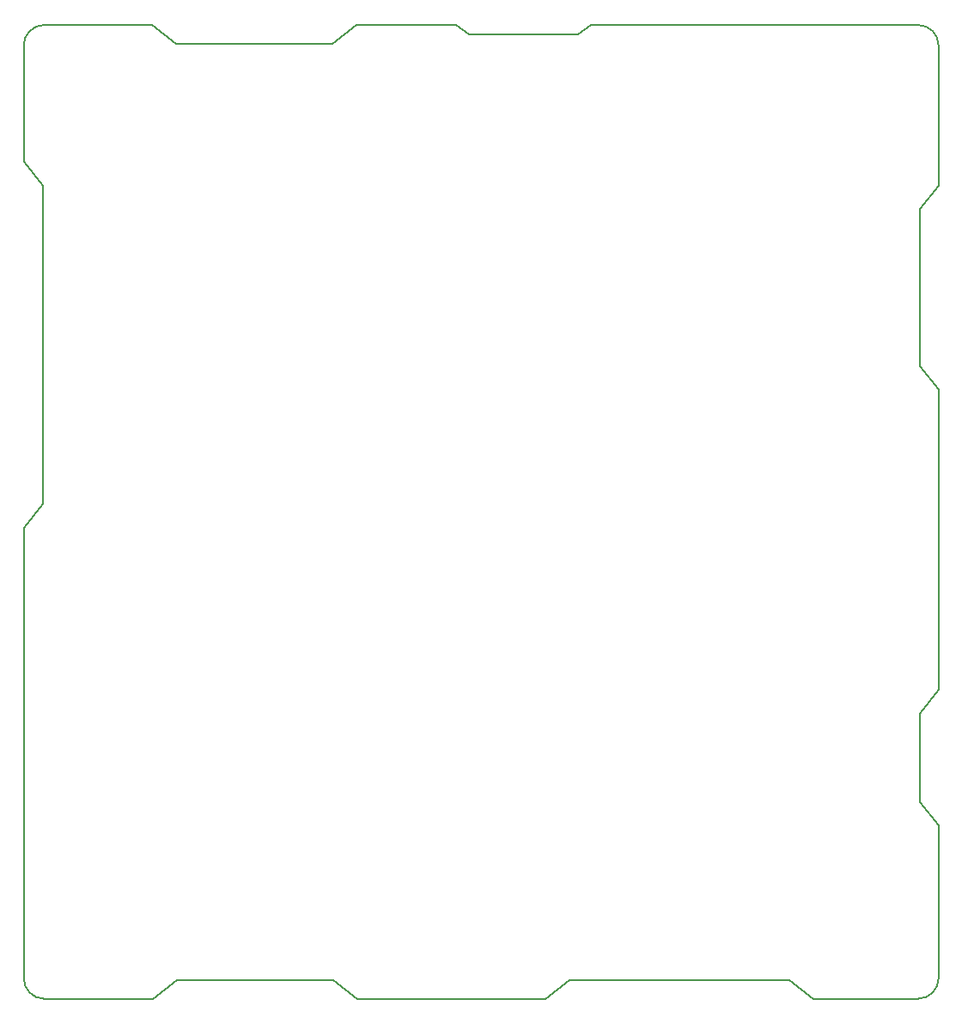
<source format=gm1>
%TF.GenerationSoftware,KiCad,Pcbnew,7.0.8*%
%TF.CreationDate,2024-04-09T22:44:40-07:00*%
%TF.ProjectId,MPPT_addon_board,4d505054-5f61-4646-946f-6e5f626f6172,rev?*%
%TF.SameCoordinates,Original*%
%TF.FileFunction,Profile,NP*%
%FSLAX46Y46*%
G04 Gerber Fmt 4.6, Leading zero omitted, Abs format (unit mm)*
G04 Created by KiCad (PCBNEW 7.0.8) date 2024-04-09 22:44:40*
%MOMM*%
%LPD*%
G01*
G04 APERTURE LIST*
%TA.AperFunction,Profile*%
%ADD10C,0.150000*%
%TD*%
G04 APERTURE END LIST*
D10*
X188493650Y-54506950D02*
X188506350Y-68293050D01*
X152099350Y-146525050D02*
X149762550Y-148404650D01*
X186626750Y-70629850D02*
X186626750Y-86073050D01*
X188493650Y-54506950D02*
G75*
G03*
X186493650Y-52506950I-1999950J50D01*
G01*
X128867150Y-146525050D02*
X131203950Y-148404650D01*
X140918653Y-52506950D02*
X131105950Y-52487850D01*
X188506350Y-131335850D02*
X188493650Y-146391950D01*
X186493650Y-52506950D02*
X154263650Y-52516946D01*
X110989150Y-52508050D02*
X100323650Y-52506950D01*
X186626750Y-120312250D02*
X186626750Y-128999050D01*
X142198650Y-53405946D02*
X140918653Y-52506950D01*
X173831450Y-146525050D02*
X176187550Y-148391950D01*
X186626750Y-86073050D02*
X188506350Y-88409850D01*
X98327750Y-102026250D02*
X98323650Y-146391950D01*
X98323650Y-54506950D02*
X98317750Y-66001050D01*
X186626750Y-70629850D02*
X188506350Y-68293050D01*
X113423950Y-146525050D02*
X111087150Y-148404650D01*
X113325950Y-54387650D02*
X128769150Y-54387650D01*
X186626750Y-128999050D02*
X188506350Y-131335850D01*
X128769150Y-54387650D02*
X131105950Y-52487850D01*
X100217550Y-68337850D02*
X98317750Y-66001050D01*
X154263650Y-52516946D02*
X152993650Y-53405946D01*
X113325950Y-54387650D02*
X110989150Y-52508050D01*
X100323650Y-52506950D02*
G75*
G03*
X98323650Y-54506950I-50J-1999950D01*
G01*
X100207350Y-99689450D02*
X100217550Y-68337850D01*
X131203950Y-148404650D02*
X149762550Y-148404650D01*
X188506350Y-88409850D02*
X188506350Y-117975450D01*
X186626750Y-120312250D02*
X188506350Y-117975450D01*
X152993650Y-53405946D02*
X142198650Y-53405946D01*
X98323650Y-146391950D02*
G75*
G03*
X100323650Y-148391950I1999950J-50D01*
G01*
X128867150Y-146525050D02*
X113423950Y-146525050D01*
X111087150Y-148404650D02*
X100323650Y-148391950D01*
X186493650Y-148391950D02*
X176187550Y-148391950D01*
X173831450Y-146525050D02*
X152099350Y-146525050D01*
X100207350Y-99689450D02*
X98327750Y-102026250D01*
X186493650Y-148391950D02*
G75*
G03*
X188493650Y-146391950I50J1999950D01*
G01*
M02*

</source>
